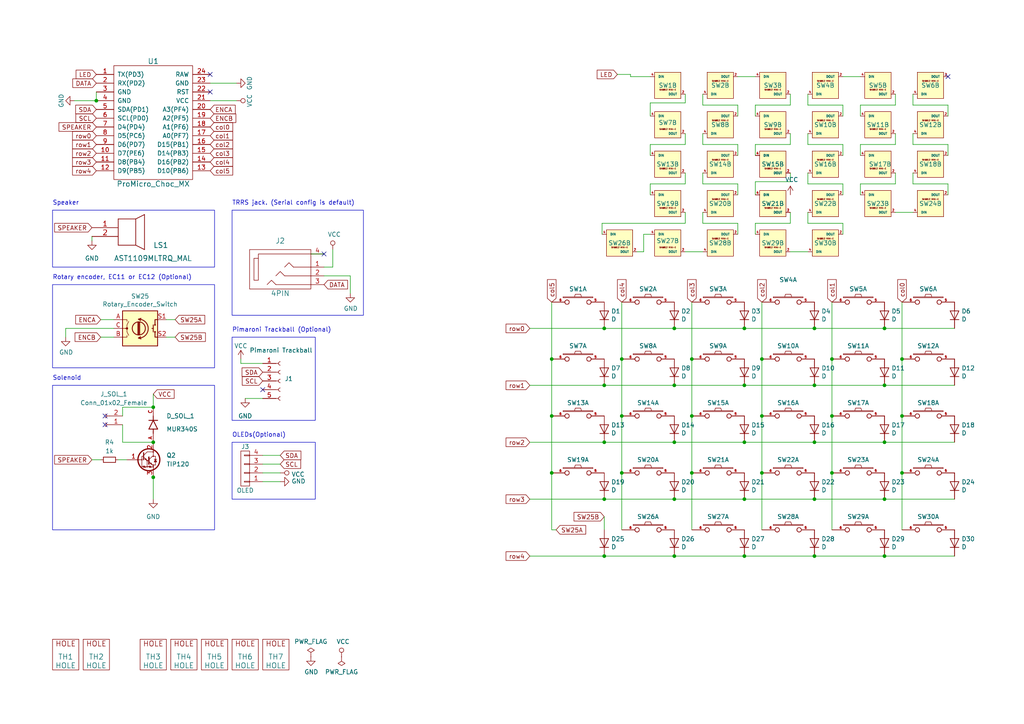
<source format=kicad_sch>
(kicad_sch (version 20230121) (generator eeschema)
  (paper "A4")
  (junction (at 195.58 161.29))
  (junction (at 180.34 120.65))
  (junction (at 220.98 120.65))
  (junction (at 256.54 111.76))
  (junction (at 160.02 137.16))
  (junction (at 241.3 104.14))
  (junction (at 215.9 144.78))
  (junction (at 236.22 128.27))
  (junction (at 160.02 104.14))
  (junction (at 44.45 118.11))
  (junction (at 195.58 128.27))
  (junction (at 261.62 104.14))
  (junction (at 195.58 111.76))
  (junction (at 195.58 95.25))
  (junction (at 241.3 120.65))
  (junction (at 256.54 128.27))
  (junction (at 236.22 161.29))
  (junction (at 44.45 128.27))
  (junction (at 175.26 95.25))
  (junction (at 256.54 161.29))
  (junction (at 256.54 95.25))
  (junction (at 215.9 128.27))
  (junction (at 175.26 128.27))
  (junction (at 261.62 120.65))
  (junction (at 215.9 111.76))
  (junction (at 200.66 120.65))
  (junction (at 220.98 104.14))
  (junction (at 215.9 95.25))
  (junction (at 175.26 144.78))
  (junction (at 180.34 104.14))
  (junction (at 180.34 137.16))
  (junction (at 241.3 137.16))
  (junction (at 195.58 144.78))
  (junction (at 175.26 161.29))
  (junction (at 215.9 161.29))
  (junction (at 236.22 144.78))
  (junction (at 236.22 111.76))
  (junction (at 220.98 137.16))
  (junction (at 261.62 137.16))
  (junction (at 175.26 111.76))
  (junction (at 44.45 138.43))
  (junction (at 256.54 144.78))
  (junction (at 200.66 137.16))
  (junction (at 27.94 29.21))
  (junction (at 236.22 95.25))
  (junction (at 160.02 120.65))
  (junction (at 200.66 104.14))
  (no_connect (at 30.48 123.19))
  (no_connect (at 60.96 26.67))
  (no_connect (at 93.98 73.66))
  (no_connect (at 76.2 113.03))
  (no_connect (at 30.48 120.65))
  (no_connect (at 60.96 21.59))
  (no_connect (at 274.955 22.225))
  (wire (pts (xy 244.475 56.515) (xy 244.475 53.34)))
  (wire (pts (xy 186.69 67.945) (xy 188.595 67.945)))
  (wire (pts (xy 34.29 133.35) (xy 36.83 133.35)))
  (wire (pts (xy 200.66 137.16) (xy 200.66 153.67)))
  (wire (pts (xy 175.26 128.27) (xy 153.67 128.27)))
  (wire (pts (xy 256.54 144.78) (xy 276.86 144.78)))
  (wire (pts (xy 203.835 30.48) (xy 203.835 27.305)))
  (wire (pts (xy 234.315 53.34) (xy 234.315 50.165)))
  (wire (pts (xy 249.555 30.48) (xy 249.555 33.655)))
  (wire (pts (xy 213.995 45.085) (xy 213.995 41.91)))
  (wire (pts (xy 188.595 29.845) (xy 188.595 33.655)))
  (wire (pts (xy 229.235 52.705) (xy 219.075 52.705)))
  (wire (pts (xy 195.58 128.27) (xy 175.26 128.27)))
  (wire (pts (xy 244.475 41.91) (xy 234.315 41.91)))
  (wire (pts (xy 180.34 104.14) (xy 180.34 120.65)))
  (wire (pts (xy 175.26 111.76) (xy 153.67 111.76)))
  (wire (pts (xy 198.755 64.77) (xy 174.625 64.77)))
  (wire (pts (xy 175.26 144.78) (xy 153.67 144.78)))
  (wire (pts (xy 259.715 30.48) (xy 249.555 30.48)))
  (wire (pts (xy 259.715 61.595) (xy 264.795 61.595)))
  (wire (pts (xy 76.2 137.16) (xy 81.28 137.16)))
  (wire (pts (xy 219.075 41.91) (xy 219.075 45.085)))
  (wire (pts (xy 186.69 73.025) (xy 186.69 67.945)))
  (wire (pts (xy 93.98 73.66) (xy 90.17 73.66)))
  (wire (pts (xy 48.26 97.79) (xy 50.8 97.79)))
  (wire (pts (xy 174.625 64.77) (xy 174.625 67.945)))
  (wire (pts (xy 101.6 80.01) (xy 101.6 85.09)))
  (wire (pts (xy 198.755 41.91) (xy 188.595 41.91)))
  (wire (pts (xy 198.755 29.845) (xy 188.595 29.845)))
  (wire (pts (xy 219.075 52.705) (xy 219.075 56.515)))
  (wire (pts (xy 244.475 67.945) (xy 244.475 64.77)))
  (wire (pts (xy 203.835 53.34) (xy 203.835 50.165)))
  (wire (pts (xy 256.54 161.29) (xy 276.86 161.29)))
  (wire (pts (xy 35.56 128.27) (xy 35.56 123.19)))
  (wire (pts (xy 188.595 53.34) (xy 188.595 56.515)))
  (wire (pts (xy 200.66 104.14) (xy 200.66 120.65)))
  (wire (pts (xy 26.67 69.85) (xy 26.67 68.58)))
  (wire (pts (xy 261.62 120.65) (xy 261.62 104.14)))
  (wire (pts (xy 215.9 144.78) (xy 236.22 144.78)))
  (wire (pts (xy 198.755 38.735) (xy 198.755 41.91)))
  (wire (pts (xy 33.02 95.25) (xy 19.05 95.25)))
  (wire (pts (xy 236.22 144.78) (xy 256.54 144.78)))
  (wire (pts (xy 241.3 87.63) (xy 241.3 104.14)))
  (wire (pts (xy 256.54 95.25) (xy 236.22 95.25)))
  (wire (pts (xy 200.66 87.63) (xy 200.66 104.14)))
  (wire (pts (xy 249.555 41.91) (xy 249.555 45.085)))
  (wire (pts (xy 229.235 41.91) (xy 219.075 41.91)))
  (wire (pts (xy 274.955 33.655) (xy 274.955 30.48)))
  (wire (pts (xy 69.85 105.41) (xy 76.2 105.41)))
  (wire (pts (xy 215.9 128.27) (xy 236.22 128.27)))
  (wire (pts (xy 195.58 95.25) (xy 175.26 95.25)))
  (wire (pts (xy 35.56 118.11) (xy 35.56 120.65)))
  (wire (pts (xy 93.98 80.01) (xy 101.6 80.01)))
  (wire (pts (xy 44.45 114.3) (xy 44.45 118.11)))
  (wire (pts (xy 220.98 120.65) (xy 220.98 137.16)))
  (wire (pts (xy 81.28 139.7) (xy 76.2 139.7)))
  (wire (pts (xy 213.995 22.225) (xy 219.075 22.225)))
  (wire (pts (xy 229.235 27.305) (xy 229.235 30.48)))
  (wire (pts (xy 264.795 41.91) (xy 264.795 38.735)))
  (wire (pts (xy 249.555 53.34) (xy 249.555 56.515)))
  (wire (pts (xy 264.795 53.34) (xy 264.795 50.165)))
  (wire (pts (xy 241.3 137.16) (xy 241.3 153.67)))
  (wire (pts (xy 184.785 73.025) (xy 186.69 73.025)))
  (wire (pts (xy 175.26 149.86) (xy 175.26 153.67)))
  (wire (pts (xy 213.995 64.77) (xy 203.835 64.77)))
  (wire (pts (xy 195.58 95.25) (xy 215.9 95.25)))
  (wire (pts (xy 244.475 30.48) (xy 234.315 30.48)))
  (wire (pts (xy 274.955 53.34) (xy 264.795 53.34)))
  (wire (pts (xy 213.995 53.34) (xy 203.835 53.34)))
  (wire (pts (xy 219.075 30.48) (xy 219.075 33.655)))
  (wire (pts (xy 213.995 41.91) (xy 203.835 41.91)))
  (wire (pts (xy 27.94 26.67) (xy 27.94 29.21)))
  (wire (pts (xy 259.715 53.34) (xy 249.555 53.34)))
  (wire (pts (xy 264.795 30.48) (xy 264.795 27.305)))
  (wire (pts (xy 198.755 50.165) (xy 198.755 53.34)))
  (wire (pts (xy 200.66 120.65) (xy 200.66 137.16)))
  (wire (pts (xy 259.715 38.735) (xy 259.715 41.91)))
  (wire (pts (xy 274.955 30.48) (xy 264.795 30.48)))
  (wire (pts (xy 29.21 97.79) (xy 33.02 97.79)))
  (wire (pts (xy 93.98 77.47) (xy 96.52 77.47)))
  (wire (pts (xy 60.96 29.21) (xy 68.58 29.21)))
  (wire (pts (xy 229.235 61.595) (xy 229.235 64.77)))
  (wire (pts (xy 244.475 33.655) (xy 244.475 30.48)))
  (wire (pts (xy 195.58 111.76) (xy 215.9 111.76)))
  (wire (pts (xy 175.26 161.29) (xy 195.58 161.29)))
  (wire (pts (xy 244.475 53.34) (xy 234.315 53.34)))
  (wire (pts (xy 198.755 73.025) (xy 203.835 73.025)))
  (wire (pts (xy 274.955 56.515) (xy 274.955 53.34)))
  (wire (pts (xy 256.54 111.76) (xy 276.86 111.76)))
  (wire (pts (xy 160.02 137.16) (xy 160.02 153.67)))
  (wire (pts (xy 229.235 38.735) (xy 229.235 41.91)))
  (wire (pts (xy 234.315 30.48) (xy 234.315 27.305)))
  (wire (pts (xy 76.2 134.62) (xy 81.28 134.62)))
  (wire (pts (xy 35.56 118.11) (xy 44.45 118.11)))
  (wire (pts (xy 236.22 128.27) (xy 256.54 128.27)))
  (wire (pts (xy 203.835 41.91) (xy 203.835 38.735)))
  (wire (pts (xy 198.755 61.595) (xy 198.755 64.77)))
  (wire (pts (xy 236.22 111.76) (xy 256.54 111.76)))
  (wire (pts (xy 188.595 41.91) (xy 188.595 45.085)))
  (wire (pts (xy 241.3 104.14) (xy 241.3 120.65)))
  (wire (pts (xy 220.98 137.16) (xy 220.98 153.67)))
  (wire (pts (xy 48.26 92.71) (xy 50.8 92.71)))
  (wire (pts (xy 160.02 120.65) (xy 160.02 137.16)))
  (wire (pts (xy 219.075 64.77) (xy 219.075 67.945)))
  (wire (pts (xy 213.995 33.655) (xy 213.995 30.48)))
  (wire (pts (xy 213.995 56.515) (xy 213.995 53.34)))
  (wire (pts (xy 220.98 104.14) (xy 220.98 120.65)))
  (wire (pts (xy 198.755 27.305) (xy 198.755 29.845)))
  (wire (pts (xy 220.98 87.63) (xy 220.98 104.14)))
  (wire (pts (xy 259.715 41.91) (xy 249.555 41.91)))
  (wire (pts (xy 180.34 87.63) (xy 180.34 104.14)))
  (wire (pts (xy 215.9 111.76) (xy 236.22 111.76)))
  (wire (pts (xy 213.995 30.48) (xy 203.835 30.48)))
  (wire (pts (xy 256.54 128.27) (xy 276.86 128.27)))
  (wire (pts (xy 244.475 45.085) (xy 244.475 41.91)))
  (wire (pts (xy 195.58 144.78) (xy 175.26 144.78)))
  (wire (pts (xy 182.88 22.225) (xy 188.595 22.225)))
  (wire (pts (xy 96.52 72.39) (xy 96.52 77.47)))
  (wire (pts (xy 215.9 161.29) (xy 236.22 161.29)))
  (wire (pts (xy 26.67 133.35) (xy 29.21 133.35)))
  (wire (pts (xy 160.02 104.14) (xy 160.02 120.65)))
  (wire (pts (xy 35.56 128.27) (xy 44.45 128.27)))
  (wire (pts (xy 259.715 27.305) (xy 259.715 30.48)))
  (wire (pts (xy 180.34 137.16) (xy 180.34 153.67)))
  (wire (pts (xy 259.715 50.165) (xy 259.715 53.34)))
  (wire (pts (xy 76.2 132.08) (xy 81.28 132.08)))
  (wire (pts (xy 236.22 161.29) (xy 256.54 161.29)))
  (wire (pts (xy 182.88 21.59) (xy 182.88 22.225)))
  (wire (pts (xy 203.835 64.77) (xy 203.835 61.595)))
  (wire (pts (xy 195.58 161.29) (xy 215.9 161.29)))
  (wire (pts (xy 44.45 137.16) (xy 44.45 138.43)))
  (wire (pts (xy 195.58 144.78) (xy 215.9 144.78)))
  (wire (pts (xy 71.12 115.57) (xy 76.2 115.57)))
  (wire (pts (xy 160.02 87.63) (xy 160.02 104.14)))
  (wire (pts (xy 256.54 95.25) (xy 276.86 95.25)))
  (wire (pts (xy 229.235 73.025) (xy 234.315 73.025)))
  (wire (pts (xy 195.58 128.27) (xy 215.9 128.27)))
  (wire (pts (xy 180.34 120.65) (xy 180.34 137.16)))
  (wire (pts (xy 27.94 29.21) (xy 21.59 29.21)))
  (wire (pts (xy 215.9 95.25) (xy 236.22 95.25)))
  (wire (pts (xy 241.3 137.16) (xy 241.3 120.65)))
  (wire (pts (xy 229.235 50.165) (xy 229.235 52.705)))
  (wire (pts (xy 153.67 161.29) (xy 175.26 161.29)))
  (wire (pts (xy 213.995 67.945) (xy 213.995 64.77)))
  (wire (pts (xy 60.96 24.13) (xy 68.58 24.13)))
  (wire (pts (xy 29.21 92.71) (xy 33.02 92.71)))
  (wire (pts (xy 244.475 64.77) (xy 234.315 64.77)))
  (wire (pts (xy 229.235 30.48) (xy 219.075 30.48)))
  (wire (pts (xy 19.05 95.25) (xy 19.05 97.79)))
  (wire (pts (xy 234.315 41.91) (xy 234.315 38.735)))
  (wire (pts (xy 274.955 41.91) (xy 264.795 41.91)))
  (wire (pts (xy 160.02 153.67) (xy 161.29 153.67)))
  (wire (pts (xy 261.62 104.14) (xy 261.62 87.63)))
  (wire (pts (xy 261.62 120.65) (xy 261.62 137.16)))
  (wire (pts (xy 44.45 138.43) (xy 44.45 144.78)))
  (wire (pts (xy 179.07 21.59) (xy 182.88 21.59)))
  (wire (pts (xy 195.58 111.76) (xy 175.26 111.76)))
  (wire (pts (xy 244.475 22.225) (xy 249.555 22.225)))
  (wire (pts (xy 274.955 45.085) (xy 274.955 41.91)))
  (wire (pts (xy 261.62 137.16) (xy 261.62 153.67)))
  (wire (pts (xy 234.315 64.77) (xy 234.315 61.595)))
  (wire (pts (xy 69.85 104.14) (xy 69.85 105.41)))
  (wire (pts (xy 229.235 64.77) (xy 219.075 64.77)))
  (wire (pts (xy 198.755 53.34) (xy 188.595 53.34)))
  (wire (pts (xy 175.26 95.25) (xy 153.67 95.25)))
  (rectangle (start 67.31 128.27) (end 91.44 144.78))
  (rectangle (start 15.24 111.76) (end 62.23 153.67))
  (rectangle (start 15.24 82.55) (end 62.23 106.68))
  (rectangle (start 67.31 60.96) (end 105.41 91.44))
  (rectangle (start 15.24 60.96) (end 62.23 77.47))
  (rectangle (start 67.31 97.79) (end 91.44 121.92))
  (text "TRRS jack. (Serial config is default)" (at 67.31 59.69 0) (effects (font (size 1.27 1.27)) (justify left bottom)))
  (text "Pimaroni Trackball (Optional)\n" (at 67.31 96.52 0) (effects (font (size 1.27 1.27)) (justify left bottom)))
  (text "Rotary encoder, EC11 or EC12 (Optional)\n" (at 15.24 81.28 0) (effects (font (size 1.27 1.27)) (justify left bottom)))
  (text "Solenoid" (at 15.24 110.49 0) (effects (font (size 1.27 1.27)) (justify left bottom)))
  (text "OLEDs(Optional)\n" (at 67.31 127 0) (effects (font (size 1.27 1.27)) (justify left bottom)))
  (text "Speaker" (at 15.24 59.69 0) (effects (font (size 1.27 1.27)) (justify left bottom)))
  (global_label "VCC" (shape input) (at 44.45 114.3 0) (property "Intersheetrefs" "${INTERSHEET_REFS}" (effects hide)))
  (global_label "row3" (shape input) (at 27.94 46.99 180) (property "Intersheetrefs" "${INTERSHEET_REFS}" (effects hide)))
  (global_label "row2" (shape input) (at 153.67 128.27 180) (property "Intersheetrefs" "${INTERSHEET_REFS}" (effects hide)))
  (global_label "SW25A" (shape input) (at 161.29 153.67 0) (property "Intersheetrefs" "${INTERSHEET_REFS}" (effects hide)))
  (global_label "col0" (shape input) (at 261.62 87.63 90) (property "Intersheetrefs" "${INTERSHEET_REFS}" (effects hide)))
  (global_label "ENCB" (shape input) (at 60.96 34.29 0) (property "Intersheetrefs" "${INTERSHEET_REFS}" (effects hide)))
  (global_label "col2" (shape input) (at 60.96 41.91 0) (property "Intersheetrefs" "${INTERSHEET_REFS}" (effects hide)))
  (global_label "LED" (shape input) (at 179.07 21.59 180) (property "Intersheetrefs" "${INTERSHEET_REFS}" (effects hide)))
  (global_label "SPEAKER" (shape input) (at 26.67 66.04 180) (property "Intersheetrefs" "${INTERSHEET_REFS}" (effects hide)))
  (global_label "ENCB" (shape input) (at 29.21 97.79 180) (property "Intersheetrefs" "${INTERSHEET_REFS}" (effects hide)))
  (global_label "row4" (shape input) (at 153.67 161.29 180) (property "Intersheetrefs" "${INTERSHEET_REFS}" (effects hide)))
  (global_label "row0" (shape input) (at 153.67 95.25 180) (property "Intersheetrefs" "${INTERSHEET_REFS}" (effects hide)))
  (global_label "col4" (shape input) (at 180.34 87.63 90) (property "Intersheetrefs" "${INTERSHEET_REFS}" (effects hide)))
  (global_label "SCL" (shape input) (at 76.2 110.49 180) (property "Intersheetrefs" "${INTERSHEET_REFS}" (effects hide)))
  (global_label "col2" (shape input) (at 220.98 87.63 90) (property "Intersheetrefs" "${INTERSHEET_REFS}" (effects hide)))
  (global_label "row4" (shape input) (at 27.94 49.53 180) (property "Intersheetrefs" "${INTERSHEET_REFS}" (effects hide)))
  (global_label "SDA" (shape input) (at 76.2 107.95 180) (property "Intersheetrefs" "${INTERSHEET_REFS}" (effects hide)))
  (global_label "row3" (shape input) (at 153.67 144.78 180) (property "Intersheetrefs" "${INTERSHEET_REFS}" (effects hide)))
  (global_label "col5" (shape input) (at 160.02 87.63 90) (property "Intersheetrefs" "${INTERSHEET_REFS}" (effects hide)))
  (global_label "SPEAKER" (shape input) (at 27.94 36.83 180) (property "Intersheetrefs" "${INTERSHEET_REFS}" (effects hide)))
  (global_label "ENCA" (shape input) (at 60.96 31.75 0) (property "Intersheetrefs" "${INTERSHEET_REFS}" (effects hide)))
  (global_label "col1" (shape input) (at 60.96 39.37 0) (property "Intersheetrefs" "${INTERSHEET_REFS}" (effects hide)))
  (global_label "SPEAKER" (shape input) (at 26.67 133.35 180) (property "Intersheetrefs" "${INTERSHEET_REFS}" (effects hide)))
  (global_label "SDA" (shape input) (at 81.28 132.08 0) (property "Intersheetrefs" "${INTERSHEET_REFS}" (effects hide)))
  (global_label "SCL" (shape input) (at 81.28 134.62 0) (property "Intersheetrefs" "${INTERSHEET_REFS}" (effects hide)))
  (global_label "col5" (shape input) (at 60.96 49.53 0) (property "Intersheetrefs" "${INTERSHEET_REFS}" (effects hide)))
  (global_label "DATA" (shape input) (at 27.94 24.13 180) (property "Intersheetrefs" "${INTERSHEET_REFS}" (effects hide)))
  (global_label "ENCA" (shape input) (at 29.21 92.71 180) (property "Intersheetrefs" "${INTERSHEET_REFS}" (effects hide)))
  (global_label "SW25B" (shape input) (at 175.26 149.86 180) (property "Intersheetrefs" "${INTERSHEET_REFS}" (effects hide)))
  (global_label "DATA" (shape input) (at 93.98 82.55 0) (property "Intersheetrefs" "${INTERSHEET_REFS}" (effects hide)))
  (global_label "col4" (shape input) (at 60.96 46.99 0) (property "Intersheetrefs" "${INTERSHEET_REFS}" (effects hide)))
  (global_label "LED" (shape input) (at 27.94 21.59 180) (property "Intersheetrefs" "${INTERSHEET_REFS}" (effects hide)))
  (global_label "SDA" (shape input) (at 27.94 31.75 180) (property "Intersheetrefs" "${INTERSHEET_REFS}" (effects hide)))
  (global_label "col3" (shape input) (at 200.66 87.63 90) (property "Intersheetrefs" "${INTERSHEET_REFS}" (effects hide)))
  (global_label "SW25B" (shape input) (at 50.8 97.79 0) (property "Intersheetrefs" "${INTERSHEET_REFS}" (effects hide)))
  (global_label "col0" (shape input) (at 60.96 36.83 0) (property "Intersheetrefs" "${INTERSHEET_REFS}" (effects hide)))
  (global_label "row2" (shape input) (at 27.94 44.45 180) (property "Intersheetrefs" "${INTERSHEET_REFS}" (effects hide)))
  (global_label "row1" (shape input) (at 153.67 111.76 180) (property "Intersheetrefs" "${INTERSHEET_REFS}" (effects hide)))
  (global_label "row0" (shape input) (at 27.94 39.37 180) (property "Intersheetrefs" "${INTERSHEET_REFS}" (effects hide)))
  (global_label "col3" (shape input) (at 60.96 44.45 0) (property "Intersheetrefs" "${INTERSHEET_REFS}" (effects hide)))
  (global_label "row1" (shape input) (at 27.94 41.91 180) (property "Intersheetrefs" "${INTERSHEET_REFS}" (effects hide)))
  (global_label "SW25A" (shape input) (at 50.8 92.71 0) (property "Intersheetrefs" "${INTERSHEET_REFS}" (effects hide)))
  (global_label "SCL" (shape input) (at 27.94 34.29 180) (property "Intersheetrefs" "${INTERSHEET_REFS}" (effects hide)))
  (global_label "col1" (shape input) (at 241.3 87.63 90) (property "Intersheetrefs" "${INTERSHEET_REFS}" (effects hide)))
  (symbol (lib_id "SofleKeyboard-rescue:ProMicro_2-Lily58-cache-Lily58_Pro-rescue") (at 44.45 35.56 0) (unit 1)
    (property "Reference" "U1" (at 44.45 17.78 0) (effects (font (size 1.524 1.524))))
    (property "Value" "ProMicro_Choc_MX" (at 44.45 53.34 0) (effects (font (size 1.524 1.524))))
    (property "Footprint" "SofleChocLoud:ProMicro_Choc_MX" (effects hide))
  )
  (symbol (lib_id "SofleKeyboard:SW_PUSH_LED") (at 187.96 153.67 0) (unit 1)
    (property "Reference" "SW26" (at 187.96 149.86 0))
    (property "Value" "SW_PUSH_LED" (effects hide))
    (property "Footprint" "SofleChocLoud:Cherry_MX_DS_Hotswap_miniE_1U" (effects hide))
  )
  (symbol (lib_id "SofleKeyboard:SW_PUSH_LED") (at 167.64 87.63 0) (unit 1)
    (property "Reference" "SW1" (at 167.64 83.82 0))
    (property "Value" "SW_PUSH_LED" (effects hide))
    (property "Footprint" "SofleChocLoud:Cherry_MX_DS_Hotswap_miniE_1U" (effects hide))
  )
  (symbol (lib_id "SofleKeyboard-rescue:D-Lily58-cache-Lily58_Pro-rescue") (at 175.26 91.44 90) (unit 1)
    (property "Reference" "D1" (at 177.2666 90.2716 90) (effects (justify right)))
    (property "Value" "D" (at 177.2666 92.583 90) (effects (justify right)))
    (property "Footprint" "SofleChocLoud:D_SOD-123_DO-35_Hybrid_DoubleSided_V2" (effects hide))
  )
  (symbol (lib_id "SofleKeyboard:SW_PUSH_LED") (at 187.96 87.63 0) (unit 1)
    (property "Reference" "SW2" (at 187.96 83.82 0))
    (property "Value" "SW_PUSH_LED" (effects hide))
    (property "Footprint" "SofleChocLoud:Cherry_MX_DS_Hotswap_miniE_1U" (effects hide))
  )
  (symbol (lib_id "SofleKeyboard-rescue:D-Lily58-cache-Lily58_Pro-rescue") (at 195.58 91.44 90) (unit 1)
    (property "Reference" "D2" (at 197.5866 90.2716 90) (effects (justify right)))
    (property "Value" "D" (at 197.5866 92.583 90) (effects (justify right)))
    (property "Footprint" "SofleChocLoud:D_SOD-123_DO-35_Hybrid_DoubleSided_V2" (effects hide))
  )
  (symbol (lib_id "SofleKeyboard:SW_PUSH_LED") (at 208.28 87.63 0) (unit 1)
    (property "Reference" "SW3" (at 208.28 83.82 0))
    (property "Value" "SW_PUSH_LED" (effects hide))
    (property "Footprint" "SofleChocLoud:Cherry_MX_DS_Hotswap_miniE_1U" (effects hide))
  )
  (symbol (lib_id "SofleKeyboard-rescue:D-Lily58-cache-Lily58_Pro-rescue") (at 215.9 91.44 90) (unit 1)
    (property "Reference" "D3" (at 217.9066 90.2716 90) (effects (justify right)))
    (property "Value" "D" (at 217.9066 92.583 90) (effects (justify right)))
    (property "Footprint" "SofleChocLoud:D_SOD-123_DO-35_Hybrid_DoubleSided_V2" (effects hide))
  )
  (symbol (lib_id "SofleKeyboard:SW_PUSH_LED") (at 228.6 87.63 0) (unit 1)
    (property "Reference" "SW4" (at 228.6 81.153 0))
    (property "Value" "SW_PUSH_LED" (effects hide))
    (property "Footprint" "SofleChocLoud:Cherry_MX_DS_Hotswap_miniE_1U" (effects hide))
  )
  (symbol (lib_id "SofleKeyboard-rescue:D-Lily58-cache-Lily58_Pro-rescue") (at 236.22 91.44 90) (unit 1)
    (property "Reference" "D4" (at 238.2266 90.2716 90) (effects (justify right)))
    (property "Value" "D" (at 238.2266 92.583 90) (effects (justify right)))
    (property "Footprint" "SofleChocLoud:D_SOD-123_DO-35_Hybrid_DoubleSided_V2" (effects hide))
  )
  (symbol (lib_id "SofleKeyboard:SW_PUSH_LED") (at 248.92 87.63 0) (unit 1)
    (property "Reference" "SW5" (at 248.92 83.82 0))
    (property "Value" "SW_PUSH_LED" (effects hide))
    (property "Footprint" "SofleChocLoud:Cherry_MX_DS_Hotswap_miniE_1U" (effects hide))
  )
  (symbol (lib_id "SofleKeyboard-rescue:D-Lily58-cache-Lily58_Pro-rescue") (at 256.54 91.44 90) (unit 1)
    (property "Reference" "D5" (at 258.5466 90.2716 90) (effects (justify right)))
    (property "Value" "D" (at 258.5466 92.583 90) (effects (justify right)))
    (property "Footprint" "SofleChocLoud:D_SOD-123_DO-35_Hybrid_DoubleSided_V2" (effects hide))
  )
  (symbol (lib_id "SofleKeyboard:SW_PUSH_LED") (at 269.24 87.63 0) (unit 1)
    (property "Reference" "SW6" (at 269.24 83.82 0))
    (property "Value" "SW_PUSH_LED" (effects hide))
    (property "Footprint" "SofleChocLoud:Cherry_MX_DS_Hotswap_miniE_1U" (effects hide))
  )
  (symbol (lib_id "SofleKeyboard-rescue:D-Lily58-cache-Lily58_Pro-rescue") (at 276.86 91.44 90) (unit 1)
    (property "Reference" "D6" (at 278.8666 90.2716 90) (effects (justify right)))
    (property "Value" "D" (at 278.8666 92.583 90) (effects (justify right)))
    (property "Footprint" "SofleChocLoud:D_SOD-123_DO-35_Hybrid_DoubleSided_V2" (effects hide))
  )
  (symbol (lib_id "SofleKeyboard:SW_PUSH_LED") (at 187.96 104.14 0) (unit 1)
    (property "Reference" "SW8" (at 187.96 100.33 0))
    (property "Value" "SW_PUSH_LED" (effects hide))
    (property "Footprint" "SofleChocLoud:Cherry_MX_DS_Hotswap_miniE_1U" (effects hide))
  )
  (symbol (lib_id "SofleKeyboard:SW_PUSH_LED") (at 208.28 104.14 0) (unit 1)
    (property "Reference" "SW9" (at 208.28 100.33 0))
    (property "Value" "SW_PUSH_LED" (effects hide))
    (property "Footprint" "SofleChocLoud:Cherry_MX_DS_Hotswap_miniE_1U" (effects hide))
  )
  (symbol (lib_id "SofleKeyboard:SW_PUSH_LED") (at 228.6 104.14 0) (unit 1)
    (property "Reference" "SW10" (at 228.6 100.33 0))
    (property "Value" "SW_PUSH_LED" (effects hide))
    (property "Footprint" "SofleChocLoud:Cherry_MX_DS_Hotswap_miniE_1U" (effects hide))
  )
  (symbol (lib_id "SofleKeyboard:SW_PUSH_LED") (at 248.92 104.14 0) (unit 1)
    (property "Reference" "SW11" (at 248.92 100.33 0))
    (property "Value" "SW_PUSH_LED" (effects hide))
    (property "Footprint" "SofleChocLoud:Cherry_MX_DS_Hotswap_miniE_1U" (effects hide))
  )
  (symbol (lib_id "SofleKeyboard:SW_PUSH_LED") (at 269.24 104.14 0) (unit 1)
    (property "Reference" "SW12" (at 269.24 100.33 0))
    (property "Value" "SW_PUSH_LED" (effects hide))
    (property "Footprint" "SofleChocLoud:Cherry_MX_DS_Hotswap_miniE_1U" (effects hide))
  )
  (symbol (lib_id "SofleKeyboard:SW_PUSH_LED") (at 167.64 104.14 0) (unit 1)
    (property "Reference" "SW7" (at 167.64 100.33 0))
    (property "Value" "SW_PUSH_LED" (effects hide))
    (property "Footprint" "SofleChocLoud:Cherry_MX_DS_Hotswap_miniE_1U" (effects hide))
  )
  (symbol (lib_id "SofleKeyboard-rescue:D-Lily58-cache-Lily58_Pro-rescue") (at 175.26 107.95 90) (unit 1)
    (property "Reference" "D7" (at 177.2666 106.7816 90) (effects (justify right)))
    (property "Value" "D" (at 177.2666 109.093 90) (effects (justify right)))
    (property "Footprint" "SofleChocLoud:D_SOD-123_DO-35_Hybrid_DoubleSided_V2" (effects hide))
  )
  (symbol (lib_id "SofleKeyboard-rescue:D-Lily58-cache-Lily58_Pro-rescue") (at 195.58 107.95 90) (unit 1)
    (property "Reference" "D8" (at 197.5866 106.7816 90) (effects (justify right)))
    (property "Value" "D" (at 197.5866 109.093 90) (effects (justify right)))
    (property "Footprint" "SofleChocLoud:D_SOD-123_DO-35_Hybrid_DoubleSided_V2" (effects hide))
  )
  (symbol (lib_id "SofleKeyboard-rescue:D-Lily58-cache-Lily58_Pro-rescue") (at 215.9 107.95 90) (unit 1)
    (property "Reference" "D9" (at 217.9066 106.7816 90) (effects (justify right)))
    (property "Value" "D" (at 217.9066 109.093 90) (effects (justify right)))
    (property "Footprint" "SofleChocLoud:D_SOD-123_DO-35_Hybrid_DoubleSided_V2" (effects hide))
  )
  (symbol (lib_id "SofleKeyboard-rescue:D-Lily58-cache-Lily58_Pro-rescue") (at 236.22 107.95 90) (unit 1)
    (property "Reference" "D10" (at 238.2266 106.7816 90) (effects (justify right)))
    (property "Value" "D" (at 238.2266 109.093 90) (effects (justify right)))
    (property "Footprint" "SofleChocLoud:D_SOD-123_DO-35_Hybrid_DoubleSided_V2" (effects hide))
  )
  (symbol (lib_id "SofleKeyboard-rescue:D-Lily58-cache-Lily58_Pro-rescue") (at 256.54 107.95 90) (unit 1)
    (property "Reference" "D11" (at 258.5466 106.7816 90) (effects (justify right)))
    (property "Value" "D" (at 258.5466 109.093 90) (effects (justify right)))
    (property "Footprint" "SofleChocLoud:D_SOD-123_DO-35_Hybrid_DoubleSided_V2" (effects hide))
  )
  (symbol (lib_id "SofleKeyboard-rescue:D-Lily58-cache-Lily58_Pro-rescue") (at 276.86 107.95 90) (unit 1)
    (property "Reference" "D12" (at 278.8666 106.7816 90) (effects (justify right)))
    (property "Value" "D" (at 278.8666 109.093 90) (effects (justify right)))
    (property "Footprint" "SofleChocLoud:D_SOD-123_DO-35_Hybrid_DoubleSided_V2" (effects hide))
  )
  (symbol (lib_id "SofleKeyboard:SW_PUSH_LED") (at 167.64 120.65 0) (unit 1)
    (property "Reference" "SW13" (at 167.64 116.84 0))
    (property "Value" "SW_PUSH_LED" (effects hide))
    (property "Footprint" "SofleChocLoud:Cherry_MX_DS_Hotswap_miniE_1U" (effects hide))
  )
  (symbol (lib_id "SofleKeyboard:SW_PUSH_LED") (at 187.96 120.65 0) (unit 1)
    (property "Reference" "SW14" (at 187.96 116.84 0))
    (property "Value" "SW_PUSH_LED" (effects hide))
    (property "Footprint" "SofleChocLoud:Cherry_MX_DS_Hotswap_miniE_1U" (effects hide))
  )
  (symbol (lib_id "SofleKeyboard:SW_PUSH_LED") (at 208.28 120.65 0) (unit 1)
    (property "Reference" "SW15" (at 208.28 116.84 0))
    (property "Value" "SW_PUSH_LED" (effects hide))
    (property "Footprint" "SofleChocLoud:Cherry_MX_DS_Hotswap_miniE_1U" (effects hide))
  )
  (symbol (lib_id "SofleKeyboard:SW_PUSH_LED") (at 228.6 120.65 0) (unit 1)
    (property "Reference" "SW16" (at 228.6 116.84 0))
    (property "Value" "SW_PUSH_LED" (effects hide))
    (property "Footprint" "SofleChocLoud:Cherry_MX_DS_Hotswap_miniE_1U" (effects hide))
  )
  (symbol (lib_id "SofleKeyboard:SW_PUSH_LED") (at 248.92 120.65 0) (unit 1)
    (property "Reference" "SW17" (at 248.92 116.84 0))
    (property "Value" "SW_PUSH_LED" (effects hide))
    (property "Footprint" "SofleChocLoud:Cherry_MX_DS_Hotswap_miniE_1U" (effects hide))
  )
  (symbol (lib_id "SofleKeyboard:SW_PUSH_LED") (at 269.24 120.65 0) (unit 1)
    (property "Reference" "SW18" (at 269.24 116.84 0))
    (property "Value" "SW_PUSH_LED" (effects hide))
    (property "Footprint" "SofleChocLoud:Cherry_MX_DS_Hotswap_miniE_1U" (effects hide))
  )
  (symbol (lib_id "SofleKeyboard-rescue:D-Lily58-cache-Lily58_Pro-rescue") (at 175.26 124.46 90) (unit 1)
    (property "Reference" "D13" (at 177.2666 123.2916 90) (effects (justify right)))
    (property "Value" "D" (at 177.2666 125.603 90) (effects (justify right)))
    (property "Footprint" "SofleChocLoud:D_SOD-123_DO-35_Hybrid_DoubleSided_V2" (effects hide))
  )
  (symbol (lib_id "SofleKeyboard-rescue:D-Lily58-cache-Lily58_Pro-rescue") (at 195.58 124.46 90) (unit 1)
    (property "Reference" "D14" (at 197.5866 123.2916 90) (effects (justify right)))
    (property "Value" "D" (at 197.5866 125.603 90) (effects (justify right)))
    (property "Footprint" "SofleChocLoud:D_SOD-123_DO-35_Hybrid_DoubleSided_V2" (effects hide))
  )
  (symbol (lib_id "SofleKeyboard-rescue:D-Lily58-cache-Lily58_Pro-rescue") (at 215.9 124.46 90) (unit 1)
    (property "Reference" "D15" (at 217.9066 123.2916 90) (effects (justify right)))
    (property "Value" "D" (at 217.9066 125.603 90) (effects (justify right)))
    (property "Footprint" "SofleChocLoud:D_SOD-123_DO-35_Hybrid_DoubleSided_V2" (effects hide))
  )
  (symbol (lib_id "SofleKeyboard-rescue:D-Lily58-cache-Lily58_Pro-rescue") (at 236.22 124.46 90) (unit 1)
    (property "Reference" "D16" (at 238.2266 123.2916 90) (effects (justify right)))
    (property "Value" "D" (at 238.2266 125.603 90) (effects (justify right)))
    (property "Footprint" "SofleChocLoud:D_SOD-123_DO-35_Hybrid_DoubleSided_V2" (effects hide))
  )
  (symbol (lib_id "SofleKeyboard-rescue:D-Lily58-cache-Lily58_Pro-rescue") (at 256.54 124.46 90) (unit 1)
    (property "Reference" "D17" (at 258.5466 123.2916 90) (effects (justify right)))
    (property "Value" "D" (at 258.5466 125.603 90) (effects (justify right)))
    (property "Footprint" "SofleChocLoud:D_SOD-123_DO-35_Hybrid_DoubleSided_V2" (effects hide))
  )
  (symbol (lib_id "SofleKeyboard-rescue:D-Lily58-cache-Lily58_Pro-rescue") (at 276.86 124.46 90) (unit 1)
    (property "Reference" "D18" (at 278.8666 123.2916 90) (effects (justify right)))
    (property "Value" "D" (at 278.8666 125.603 90) (effects (justify right)))
    (property "Footprint" "SofleChocLoud:D_SOD-123_DO-35_Hybrid_DoubleSided_V2" (effects hide))
  )
  (symbol (lib_id "SofleKeyboard:SW_PUSH_LED") (at 208.28 137.16 0) (unit 1)
    (property "Reference" "SW21" (at 208.28 133.35 0))
    (property "Value" "SW_PUSH_LED" (effects hide))
    (property "Footprint" "SofleChocLoud:Cherry_MX_DS_Hotswap_miniE_1U" (effects hide))
  )
  (symbol (lib_id "SofleKeyboard:SW_PUSH_LED") (at 228.6 137.16 0) (unit 1)
    (property "Reference" "SW22" (at 228.6 133.35 0))
    (property "Value" "SW_PUSH_LED" (effects hide))
    (property "Footprint" "SofleChocLoud:Cherry_MX_DS_Hotswap_miniE_1U" (effects hide))
  )
  (symbol (lib_id "SofleKeyboard:SW_PUSH_LED") (at 248.92 137.16 0) (unit 1)
    (property "Reference" "SW23" (at 248.92 133.35 0))
    (property "Value" "SW_PUSH_LED" (effects hide))
    (property "Footprint" "SofleChocLoud:Cherry_MX_DS_Hotswap_miniE_1U" (effects hide))
  )
  (symbol (lib_id "SofleKeyboard:SW_PUSH_LED") (at 269.24 137.16 0) (unit 1)
    (property "Reference" "SW24" (at 269.24 133.35 0))
    (property "Value" "SW_PUSH_LED" (effects hide))
    (property "Footprint" "SofleChocLoud:Cherry_MX_DS_Hotswap_miniE_1U" (effects hide))
  )
  (symbol (lib_id "SofleKeyboard:SW_PUSH_LED") (at 187.96 137.16 0) (unit 1)
    (property "Reference" "SW20" (at 187.96 133.35 0))
    (property "Value" "SW_PUSH_LED" (effects hide))
    (property "Footprint" "SofleChocLoud:Cherry_MX_DS_Hotswap_miniE_1U" (effects hide))
  )
  (symbol (lib_id "SofleKeyboard:SW_PUSH_LED") (at 167.64 137.16 0) (unit 1)
    (property "Reference" "SW19" (at 167.64 133.35 0))
    (property "Value" "SW_PUSH_LED" (effects hide))
    (property "Footprint" "SofleChocLoud:Cherry_MX_DS_Hotswap_miniE_1U" (effects hide))
  )
  (symbol (lib_id "SofleKeyboard-rescue:D-Lily58-cache-Lily58_Pro-rescue") (at 175.26 140.97 90) (unit 1)
    (property "Reference" "D19" (at 177.2666 139.8016 90) (effects (justify right)))
    (property "Value" "D" (at 177.2666 142.113 90) (effects (justify right)))
    (property "Footprint" "SofleChocLoud:D_SOD-123_DO-35_Hybrid_DoubleSided_V2" (effects hide))
  )
  (symbol (lib_id "SofleKeyboard-rescue:D-Lily58-cache-Lily58_Pro-rescue") (at 195.58 140.97 90) (unit 1)
    (property "Reference" "D20" (at 197.5866 139.8016 90) (effects (justify right)))
    (property "Value" "D" (at 197.5866 142.113 90) (effects (justify right)))
    (property "Footprint" "SofleChocLoud:D_SOD-123_DO-35_Hybrid_DoubleSided_V2" (effects hide))
  )
  (symbol (lib_id "SofleKeyboard-rescue:D-Lily58-cache-Lily58_Pro-rescue") (at 215.9 140.97 90) (unit 1)
    (property "Reference" "D21" (at 217.9066 139.8016 90) (effects (justify right)))
    (property "Value" "D" (at 217.9066 142.113 90) (effects (justify right)))
    (property "Footprint" "SofleChocLoud:D_SOD-123_DO-35_Hybrid_DoubleSided_V2" (effects hide))
  )
  (symbol (lib_id "SofleKeyboard-rescue:D-Lily58-cache-Lily58_Pro-rescue") (at 236.22 140.97 90) (unit 1)
    (property "Reference" "D22" (at 238.2266 139.8016 90) (effects (justify right)))
    (property "Value" "D" (at 238.2266 142.113 90) (effects (justify right)))
    (property "Footprint" "SofleChocLoud:D_SOD-123_DO-35_Hybrid_DoubleSided_V2" (effects hide))
  )
  (symbol (lib_id "SofleKeyboard-rescue:D-Lily58-cache-Lily58_Pro-rescue") (at 256.54 140.97 90) (unit 1)
    (property "Reference" "D23" (at 258.5466 139.8016 90) (effects (justify right)))
    (property "Value" "D" (at 258.5466 142.113 90) (effects (justify right)))
    (property "Footprint" "SofleChocLoud:D_SOD-123_DO-35_Hybrid_DoubleSided_V2" (effects hide))
  )
  (symbol (lib_id "SofleKeyboard-rescue:D-Lily58-cache-Lily58_Pro-rescue") (at 276.86 140.97 90) (unit 1)
    (property "Reference" "D24" (at 278.8666 139.8016 90) (effects (justify right)))
    (property "Value" "D" (at 278.8666 142.113 90) (effects (justify right)))
    (property "Footprint" "SofleChocLoud:D_SOD-123_DO-35_Hybrid_DoubleSided_V2" (effects hide))
  )
  (symbol (lib_id "SofleKeyboard:SW_PUSH_LED") (at 208.28 153.67 0) (unit 1)
    (property "Reference" "SW27" (at 208.28 149.86 0))
    (property "Value" "SW_PUSH_LED" (effects hide))
    (property "Footprint" "SofleChocLoud:Cherry_MX_DS_Hotswap_miniE_1U" (effects hide))
  )
  (symbol (lib_id "SofleKeyboard:SW_PUSH_LED") (at 228.6 153.67 0) (unit 1)
    (property "Reference" "SW28" (at 228.6 149.86 0))
    (property "Value" "SW_PUSH_LED" (effects hide))
    (property "Footprint" "SofleChocLoud:Cherry_MX_DS_Hotswap_miniE_1U" (effects hide))
  )
  (symbol (lib_id "SofleKeyboard:SW_PUSH_LED") (at 248.92 153.67 0) (unit 1)
    (property "Reference" "SW29" (at 248.92 149.86 0))
    (property "Value" "SW_PUSH_LED" (effects hide))
    (property "Footprint" "SofleChocLoud:Cherry_MX_DS_Hotswap_miniE_1U" (effects hide))
  )
  (symbol (lib_id "SofleKeyboard-rescue:D-Lily58-cache-Lily58_Pro-rescue") (at 175.26 157.48 90) (unit 1)
    (property "Reference" "D25" (at 177.2666 156.3116 90) (effects (justify right)))
    (property "Value" "D" (at 177.2666 158.623 90) (effects (justify right)))
    (property "Footprint" "SofleChocLoud:D_SOD-123_DO-35_Hybrid_DoubleSided_V2" (effects hide))
  )
  (symbol (lib_id "SofleKeyboard-rescue:D-Lily58-cache-Lily58_Pro-rescue") (at 195.58 157.48 90) (unit 1)
    (property "Reference" "D26" (at 197.5866 156.3116 90) (effects (justify right)))
    (property "Value" "D" (at 197.5866 158.623 90) (effects (justify right)))
    (property "Footprint" "SofleChocLoud:D_SOD-123_DO-35_Hybrid_DoubleSided_V2" (effects hide))
  )
  (symbol (lib_id "SofleKeyboard-rescue:D-Lily58-cache-Lily58_Pro-rescue") (at 215.9 157.48 90) (unit 1)
    (property "Reference" "D27" (at 217.9066 156.3116 90) (effects (justify right)))
    (property "Value" "D" (at 217.9066 158.623 90) (effects (justify right)))
    (property "Footprint" "SofleChocLoud:D_SOD-123_DO-35_Hybrid_DoubleSided_V2" (effects hide))
  )
  (symbol (lib_id "SofleKeyboard-rescue:D-Lily58-cache-Lily58_Pro-rescue") (at 236.22 157.48 90) (unit 1)
    (property "Reference" "D28" (at 238.2266 156.3116 90) (effects (justify right)))
    (property "Value" "D" (at 238.2266 158.623 90) (effects (justify right)))
    (property "Footprint" "SofleChocLoud:D_SOD-123_DO-35_Hybrid_DoubleSided_V2" (effects hide))
  )
  (symbol (lib_id "SofleKeyboard-rescue:D-Lily58-cache-Lily58_Pro-rescue") (at 256.54 157.48 90) (unit 1)
    (property "Reference" "D29" (at 258.5466 156.3116 90) (effects (justify right)))
    (property "Value" "D" (at 258.5466 158.623 90) (effects (justify right)))
    (property "Footprint" "SofleChocLoud:D_SOD-123_DO-35_Hybrid_DoubleSided_V2" (effects hide))
  )
  (symbol (lib_id "SofleKeyboard-rescue:VCC-Lily58-cache-Lily58_Pro-rescue") (at 68.58 29.21 270) (unit 1)
    (property "Reference" "#PWR04" (effects hide))
    (property "Value" "VCC" (at 72.39 29.21 0))
  )
  (symbol (lib_id "SofleKeyboard-rescue:MJ-4PP-9-Lily58-cache-Lily58_Pro-rescue") (at 82.55 77.47 0) (unit 1)
    (property "Reference" "J2" (at 81.28 69.85 0) (effects (font (size 1.524 1.524))))
    (property "Value" "4PIN" (at 81.28 85.09 0) (effects (font (size 1.524 1.524))))
    (property "Footprint" "SofleChocLoud:TRRS_or_TRS_Sofle_Click" (effects hide))
  )
  (symbol (lib_id "SofleKeyboard-rescue:PWR_FLAG-Lily58-cache-Lily58_Pro-rescue") (at 90.17 190.5 0) (unit 1)
    (property "Reference" "#FLG01" (effects hide))
    (property "Value" "PWR_FLAG" (at 90.17 186.0804 0))
  )
  (symbol (lib_id "SofleKeyboard-rescue:GND-Lily58-cache-Lily58_Pro-rescue") (at 90.17 190.5 0) (unit 1)
    (property "Reference" "#PWR012" (effects hide))
    (property "Value" "GND" (at 90.297 194.8942 0))
  )
  (symbol (lib_id "SofleKeyboard-rescue:VCC-Lily58-cache-Lily58_Pro-rescue") (at 99.06 190.5 0) (unit 1)
    (property "Reference" "#PWR013" (effects hide))
    (property "Value" "VCC" (at 99.4918 186.1058 0))
  )
  (symbol (lib_id "SofleKeyboard-rescue:PWR_FLAG-Lily58-cache-Lily58_Pro-rescue") (at 99.06 190.5 180) (unit 1)
    (property "Reference" "#FLG02" (effects hide))
    (property "Value" "PWR_FLAG" (at 99.06 194.8942 0))
  )
  (symbol (lib_id "SofleKeyboard-rescue:HOLE-Lily58-cache-Lily58_Pro-rescue") (at 19.05 190.5 0) (unit 1)
    (property "Reference" "TH1" (at 19.05 190.5 0) (effects (font (size 1.524 1.524))))
    (property "Value" "HOLE" (at 19.05 193.04 0) (effects (font (size 1.524 1.524))))
    (property "Footprint" "SofleChocLoud:M2_HOLE_PCB_through_hole" (effects hide))
  )
  (symbol (lib_id "SofleKeyboard-rescue:HOLE-Lily58-cache-Lily58_Pro-rescue") (at 27.94 190.5 0) (unit 1)
    (property "Reference" "TH2" (at 27.94 190.5 0) (effects (font (size 1.524 1.524))))
    (property "Value" "HOLE" (at 27.94 193.04 0) (effects (font (size 1.524 1.524))))
    (property "Footprint" "SofleChocLoud:M2_HOLE_PCB_through_hole" (effects hide))
  )
  (symbol (lib_id "SofleKeyboard-rescue:HOLE-Lily58-cache-Lily58_Pro-rescue") (at 53.34 190.5 0) (unit 1)
    (property "Reference" "TH4" (at 53.34 190.5 0) (effects (font (size 1.524 1.524))))
    (property "Value" "HOLE" (at 53.34 193.04 0) (effects (font (size 1.524 1.524))))
    (property "Footprint" "SofleChocLoud:M2_HOLE_PCB_through_hole" (effects hide))
  )
  (symbol (lib_id "SofleKeyboard-rescue:HOLE-Lily58-cache-Lily58_Pro-rescue") (at 62.23 190.5 0) (unit 1)
    (property "Reference" "TH5" (at 62.23 190.5 0) (effects (font (size 1.524 1.524))))
    (property "Value" "HOLE" (at 62.23 193.04 0) (effects (font (size 1.524 1.524))))
    (property "Footprint" "SofleChocLoud:M2_HOLE_PCB_through_hole" (effects hide))
  )
  (symbol (lib_id "SofleKeyboard-rescue:HOLE-Lily58-cache-Lily58_Pro-rescue") (at 71.12 190.5 0) (unit 1)
    (property "Reference" "TH6" (at 71.12 190.5 0) (effects (font (size 1.524 1.524))))
    (property "Value" "HOLE" (at 71.12 193.04 0) (effects (font (size 1.524 1.524))))
    (property "Footprint" "SofleChocLoud:M2_HOLE_PCB_through_hole" (effects hide))
  )
  (symbol (lib_id "SofleKeyboard-rescue:HOLE-Lily58-cache-Lily58_Pro-rescue") (at 80.01 190.5 0) (unit 1)
    (property "Reference" "TH7" (at 80.01 190.5 0) (effects (font (size 1.524 1.524))))
    (property "Value" "HOLE" (at 80.01 193.04 0) (effects (font (size 1.524 1.524))))
    (property "Footprint" "SofleChocLoud:M2_HOLE_PCB_through_hole" (effects hide))
  )
  (symbol (lib_id "SofleKeyboard-rescue:HOLE-Lily58-cache-Lily58_Pro-rescue") (at 44.45 190.5 0) (unit 1)
    (property "Reference" "TH3" (at 44.45 190.5 0) (effects (font (size 1.524 1.524))))
    (property "Value" "HOLE" (at 44.45 193.04 0) (effects (font (size 1.524 1.524))))
    (property "Footprint" "SofleChocLoud:M2_HOLE_PCB_through_hole" (effects hide))
  )
  (symbol (lib_id "SofleKeyboard-rescue:GND-Lily58-cache-Lily58_Pro-rescue") (at 68.58 24.13 90) (unit 1)
    (property "Reference" "#PWR0101" (effects hide))
    (property "Value" "GND" (at 72.39 24.13 0))
  )
  (symbol (lib_id "SofleKeyboard-rescue:GND-Lily58-cache-Lily58_Pro-rescue") (at 21.59 29.21 270) (unit 1)
    (property "Reference" "#PWR0102" (effects hide))
    (property "Value" "GND" (at 17.78 29.21 0))
  )
  (symbol (lib_id "SofleKeyboard-rescue:GND-power") (at 101.6 85.09 0) (unit 1)
    (property "Reference" "#PWR02" (effects hide))
    (property "Value" "GND" (at 101.727 89.4842 0))
  )
  (symbol (lib_id "SofleKeyboard-rescue:VCC-power") (at 96.52 72.39 0) (unit 1)
    (property "Reference" "#PWR01" (effects hide))
    (property "Value" "VCC" (at 96.9518 67.9958 0))
  )
  (symbol (lib_id "SofleKeyboard-rescue:OLED-Lily58-cache-Lily58_Pro-rescue") (at 71.12 135.89 180) (unit 1)
    (property "Reference" "J3" (at 71.12 129.54 0))
    (property "Value" "OLED" (at 71.12 142.24 0))
    (property "Footprint" "SofleChocLoud:OLED_4Pin_DS_64x128" (effects hide))
  )
  (symbol (lib_id "SofleKeyboard:SW_PUSH_LED") (at 269.24 153.67 0) (unit 1)
    (property "Reference" "SW30" (at 269.24 149.86 0))
    (property "Value" "SW_PUSH_LED" (effects hide))
    (property "Footprint" "SofleChocLoud:Cherry_MX_DS_Hotswap_miniE_1U" (effects hide))
  )
  (symbol (lib_id "SofleKeyboard-rescue:D-Lily58-cache-Lily58_Pro-rescue") (at 276.86 157.48 90) (unit 1)
    (property "Reference" "D30" (at 278.8666 156.3116 90) (effects (justify right)))
    (property "Value" "D" (at 278.8666 158.623 90) (effects (justify right)))
    (property "Footprint" "SofleChocLoud:D_SOD-123_DO-35_Hybrid_DoubleSided_V2" (effects hide))
  )
  (symbol (lib_id "SofleKeyboard-rescue:Rotary_Encoder_Switch-Device") (at 40.64 95.25 0) (unit 1)
    (property "Reference" "SW25" (at 40.64 85.9282 0))
    (property "Value" "Rotary_Encoder_Switch" (at 40.64 88.2396 0))
    (property "Footprint" "SofleChocLoud:RotaryEncoder_Alps_EC11E-Switch_Vertical_H20mm-keebio_modified" (effects hide))
  )
  (symbol (lib_id "SofleKeyboard-rescue:GND-power") (at 19.05 97.79 0) (unit 1)
    (property "Reference" "#PWR0103" (effects hide))
    (property "Value" "GND" (at 19.177 102.1842 0))
  )
  (symbol (lib_id "SofleKeyboard:SW_PUSH_LED") (at 193.675 24.765 0) (mirror y) (unit 2)
    (property "Reference" "SW1" (at 193.675 24.765 0))
    (property "Value" "SW_PUSH_LED" (effects hide))
    (property "Footprint" "SofleChocLoud:Cherry_MX_DS_Hotswap_miniE_1U" (effects hide))
  )
  (symbol (lib_id "SofleKeyboard:SW_PUSH_LED") (at 208.915 24.765 180) (unit 2)
    (property "Reference" "SW2" (at 208.915 24.765 0))
    (property "Value" "SW_PUSH_LED" (effects hide))
    (property "Footprint" "SofleChocLoud:Cherry_MX_DS_Hotswap_miniE_1U" (effects hide))
  )
  (symbol (lib_id "SofleKeyboard:SW_PUSH_LED") (at 224.155 24.765 0) (mirror y) (unit 2)
    (property "Reference" "SW3" (at 224.155 24.765 0))
    (property "Value" "SW_PUSH_LED" (effects hide))
    (property "Footprint" "SofleChocLoud:Cherry_MX_DS_Hotswap_miniE_1U" (effects hide))
  )
  (symbol (lib_id "SofleKeyboard:SW_PUSH_LED") (at 239.395 24.765 180) (unit 2)
    (property "Reference" "SW4" (at 239.395 24.765 0))
    (property "Value" "SW_PUSH_LED" (effects hide))
    (property "Footprint" "SofleChocLoud:Cherry_MX_DS_Hotswap_miniE_1U" (effects hide))
  )
  (symbol (lib_id "SofleKeyboard:SW_PUSH_LED") (at 254.635 24.765 0) (mirror y) (unit 2)
    (property "Reference" "SW5" (at 254.635 24.765 0))
    (property "Value" "SW_PUSH_LED" (effects hide))
    (property "Footprint" "SofleChocLoud:Cherry_MX_DS_Hotswap_miniE_1U" (effects hide))
  )
  (symbol (lib_id "SofleKeyboard:SW_PUSH_LED") (at 269.875 24.765 180) (unit 2)
    (property "Reference" "SW6" (at 269.875 24.765 0))
    (property "Value" "SW_PUSH_LED" (effects hide))
    (property "Footprint" "SofleChocLoud:Cherry_MX_DS_Hotswap_miniE_1U" (effects hide))
  )
  (symbol (lib_id "SofleKeyboard:SW_PUSH_LED") (at 193.675 36.195 0) (mirror y) (unit 2)
    (property "Reference" "SW7" (at 193.675 35.56 0))
    (property "Value" "SW_PUSH_LED" (effects hide))
    (property "Footprint" "SofleChocLoud:Cherry_MX_DS_Hotswap_miniE_1U" (effects hide))
  )
  (symbol (lib_id "SofleKeyboard:SW_PUSH_LED") (at 208.915 36.195 180) (unit 2)
    (property "Reference" "SW8" (at 208.915 36.195 0))
    (property "Value" "SW_PUSH_LED" (effects hide))
    (property "Footprint" "SofleChocLoud:Cherry_MX_DS_Hotswap_miniE_1U" (effects hide))
  )
  (symbol (lib_id "SofleKeyboard:SW_PUSH_LED") (at 224.155 36.195 0) (mirror y) (unit 2)
    (property "Reference" "SW9" (at 224.155 36.195 0))
    (property "Value" "SW_PUSH_LED" (effects hide))
    (property "Footprint" "SofleChocLoud:Cherry_MX_DS_Hotswap_miniE_1U" (effects hide))
  )
  (symbol (lib_id "SofleKeyboard:SW_PUSH_LED") (at 239.395 36.195 180) (unit 2)
    (property "Reference" "SW10" (at 239.395 36.195 0))
    (property "Value" "SW_PUSH_LED" (effects hide))
    (property "Footprint" "SofleChocLoud:Cherry_MX_DS_Hotswap_miniE_1U" (effects hide))
  )
  (symbol (lib_id "SofleKeyboard:SW_PUSH_LED") (at 254.635 36.195 0) (mirror y) (unit 2)
    (property "Reference" "SW11" (at 254.635 36.195 0))
    (property "Value" "SW_PUSH_LED" (effects hide))
    (property "Footprint" "SofleChocLoud:Cherry_MX_DS_Hotswap_miniE_1U" (effects hide))
  )
  (symbol (lib_id "SofleKeyboard:SW_PUSH_LED") (at 269.875 36.195 180) (unit 2)
    (property "Reference" "SW12" (at 269.875 36.195 0))
    (property "Value" "SW_PUSH_LED" (effects hide))
    (property "Footprint" "SofleChocLoud:Cherry_MX_DS_Hotswap_miniE_1U" (effects hide))
  )
  (symbol (lib_id "SofleKeyboard:SW_PUSH_LED") (at 269.875 59.055 180) (unit 2)
    (property "Reference" "SW24" (at 269.875 59.055 0))
    (property "Value" "SW_PUSH_LED" (effects hide))
    (property "Footprint" "SofleChocLoud:Cherry_MX_DS_Hotswap_miniE_1U" (effects hide))
  )
  (symbol (lib_id "SofleKeyboard:SW_PUSH_LED") (at 254.635 59.055 0) (mirror y) (unit 2)
    (property "Reference" "SW23" (at 254.635 59.055 0))
    (property "Value" "SW_PUSH_LED" (effects hide))
    (property "Footprint" "SofleChocLoud:Cherry_MX_DS_Hotswap_miniE_1U" (effects hide))
  )
  (symbol (lib_id "SofleKeyboard:SW_PUSH_LED") (at 239.395 59.055 180) (unit 2)
    (property "Reference" "SW22" (at 239.395 59.055 0))
    (property "Value" "SW_PUSH_LED" (effects hide))
    (property "Footprint" "SofleChocLoud:Cherry_MX_DS_Hotswap_miniE_1U" (effects hide))
  )
  (symbol (lib_id "SofleKeyboard:SW_PUSH_LED") (at 224.155 59.055 0) (mirror y) (unit 2)
    (property "Reference" "SW21" (at 224.155 59.055 0))
    (property "Value" "SW_PUSH_LED" (effects hide))
    (property "Footprint" "SofleChocLoud:Cherry_MX_DS_Hotswap_miniE_1U" (effects hide))
  )
  (symbol (lib_id "SofleKeyboard:SW_PUSH_LED") (at 208.915 59.055 180) (unit 2)
    (property "Reference" "SW20" (at 208.915 59.055 0))
    (property "Value" "SW_PUSH_LED" (effects hide))
    (property "Footprint" "SofleChocLoud:Cherry_MX_DS_Hotswap_miniE_1U" (effects hide))
  )
  (symbol (lib_id "SofleKeyboard:SW_PUSH_LED") (at 193.675 59.055 0) (mirror y) (unit 2)
    (property "Reference" "SW19" (at 193.675 59.055 0))
    (property "Value" "SW_PUSH_LED" (effects hide))
    (property "Footprint" "SofleChocLoud:Cherry_MX_DS_Hotswap_miniE_1U" (effects hide))
  )
  (symbol (lib_id "SofleKeyboard:SW_PUSH_LED") (at 269.875 47.625 180) (unit 2)
    (property "Reference" "SW18" (at 269.875 47.625 0))
    (property "Value" "SW_PUSH_LED" (effects hide))
    (property "Footprint" "SofleChocLoud:Cherry_MX_DS_Hotswap_miniE_1U" (effects hide))
  )
  (symbol (lib_id "SofleKeyboard:SW_PUSH_LED") (at 254.635 47.625 0) (mirror y) (unit 2)
    (property "Reference" "SW17" (at 255.27 47.625 0))
    (property "Value" "SW_PUSH_LED" (effects hide))
    (property "Footprint" "SofleChocLoud:Cherry_MX_DS_Hotswap_miniE_1U" (effects hide))
  )
  (symbol (lib_id "SofleKeyboard:SW_PUSH_LED") (at 239.395 47.625 180) (unit 2)
    (property "Reference" "SW16" (at 239.395 47.625 0))
    (property "Value" "SW_PUSH_LED" (effects hide))
    (property "Footprint" "SofleChocLoud:Cherry_MX_DS_Hotswap_miniE_1U" (effects hide))
  )
  (symbol (lib_id "SofleKeyboard:SW_PUSH_LED") (at 224.155 47.625 0) (mirror y) (unit 2)
    (property "Reference" "SW15" (at 224.155 47.625 0))
    (property "Value" "SW_PUSH_LED" (effects hide))
    (property "Footprint" "SofleChocLoud:Cherry_MX_DS_Hotswap_miniE_1U" (effects hide))
  )
  (symbol (lib_id "SofleKeyboard:SW_PUSH_LED") (at 208.915 47.625 180) (unit 2)
    (property "Reference" "SW14" (at 208.915 47.625 0))
    (property "Value" "SW_PUSH_LED" (effects hide))
    (property "Footprint" "SofleChocLoud:Cherry_MX_DS_Hotswap_miniE_1U" (effects hide))
  )
  (symbol (lib_id "SofleKeyboard:SW_PUSH_LED") (at 193.675 47.625 0) (mirror y) (unit 2)
    (property "Reference" "SW13" (at 193.675 47.625 0))
    (property "Value" "SW_PUSH_LED" (effects hide))
    (property "Footprint" "SofleChocLoud:Cherry_MX_DS_Hotswap_miniE_1U" (effects hide))
  )
  (symbol (lib_id "SofleKeyboard:SW_PUSH_LED") (at 224.155 70.485 0) (mirror y) (unit 2)
    (property "Reference" "SW29" (at 224.155 70.485 0))
    (property "Value" "SW_PUSH_LED" (effects hide))
    (property "Footprint" "SofleChocLoud:Cherry_MX_DS_Hotswap_miniE_1U" (effects hide))
  )
  (symbol (lib_id "SofleKeyboard:SW_PUSH_LED") (at 208.915 70.485 180) (unit 2)
    (property "Reference" "SW28" (at 208.915 70.485 0))
    (property "Value" "SW_PUSH_LED" (effects hide))
    (property "Footprint" "SofleChocLoud:Cherry_MX_DS_Hotswap_miniE_1U" (effects hide))
  )
  (symbol (lib_id "SofleKeyboard:SW_PUSH_LED") (at 193.675 70.485 0) (mirror y) (unit 2)
    (property "Reference" "SW27" (at 193.675 69.85 0))
    (property "Value" "SW_PUSH_LED" (effects hide))
    (property "Footprint" "SofleChocLoud:Cherry_MX_DS_Hotswap_miniE_1U" (effects hide))
  )
  (symbol (lib_id "SofleKeyboard:SW_PUSH_LED") (at 179.705 70.485 0) (mirror y) (unit 2)
    (property "Reference" "SW26" (at 179.705 70.485 0))
    (property "Value" "SW_PUSH_LED" (effects hide))
    (property "Footprint" "SofleChocLoud:Cherry_MX_DS_Hotswap_miniE_1U" (effects hide))
  )
  (symbol (lib_id "SofleKeyboard:SW_PUSH_LED") (at 239.395 70.485 180) (unit 2)
    (property "Reference" "SW30" (at 239.395 70.485 0))
    (property "Value" "SW_PUSH_LED" (effects hide))
    (property "Footprint" "SofleChocLoud:Cherry_MX_DS_Hotswap_miniE_1U" (effects hide))
  )
  (symbol (lib_id "power:VCC") (at 229.235 56.515 0) (unit 1)
    (property "Reference" "#PWR0104" (effects hide))
    (property "Value" "VCC" (at 229.616 52.1208 0))
  )
  (symbol (lib_id "power:GND") (at 71.12 115.57 0) (unit 1)
    (property "Reference" "#PWR08" (effects hide))
    (property "Value" "GND" (at 71.12 120.65 0))
  )
  (symbol (lib_id "Connector:Conn_01x05_Socket") (at 81.28 110.49 0) (unit 1)
    (property "Reference" "J1" (at 82.55 109.855 0) (effects (justify left)))
    (property "Value" "Pimaroni Trackball" (at 72.39 101.6 0) (effects (justify left)))
    (property "Footprint" "SofleChocLoud:Pimaroni_PinHeader_1x05_P2.54mm_Vertical" (effects hide))
  )
  (symbol (lib_id "Connector:Conn_01x02_Female") (at 30.48 123.19 180) (unit 1)
    (property "Reference" "J_SOL_1" (at 33.02 114.3 0))
    (property "Value" "Conn_01x02_Female" (at 33.02 116.84 0))
    (property "Footprint" "SofleChocLoud:PinHeader_1x02_P2.54mm_L-Shaped" (effects hide))
  )
  (symbol (lib_id "Transistor_BJT:TIP120") (at 41.91 133.35 0) (unit 1)
    (property "Reference" "Q2" (at 48.26 132.0799 0) (effects (justify left)))
    (property "Value" "TIP120" (at 48.26 134.6199 0) (effects (justify left)))
    (property "Footprint" "SofleChocLoud:TO-220-3_Horizontal_TabUp" (effects hide))
    (property "Datasheet" "https://www.onsemi.com/pub/Collateral/TIP120-D.PDF" (effects hide))
  )
  (symbol (lib_id "power:VCC") (at 69.85 104.14 0) (unit 1)
    (property "Reference" "#PWR07" (effects hide))
    (property "Value" "VCC" (at 69.85 100.33 0))
  )
  (symbol (lib_id "Device:R_Small") (at 31.75 133.35 270) (unit 1)
    (property "Reference" "R4" (at 31.75 128.27 90))
    (property "Value" "1k" (at 31.75 130.81 90))
    (property "Footprint" "Resistor_THT:R_Axial_DIN0309_L9.0mm_D3.2mm_P12.70mm_Horizontal" (effects hide))
  )
  (symbol (lib_id "MUR340S:MUR340S") (at 44.45 123.19 90) (unit 1)
    (property "Reference" "D_SOL_1" (at 48.26 120.65 90) (effects (justify right)))
    (property "Value" "MUR340S" (at 48.26 124.46 90) (effects (justify right)))
    (property "Footprint" "SofleChocLoud:MUR340S_IN4001_TH_HYBRID" (effects hide))
    (property "PARTREV" "L2102" (effects hide))
    (property "MANUFACTURER" "Taiwan Semiconductor" (effects hide))
    (property "MAXIMUM_PACKAGE_HEIGHT" "2.62 mm" (effects hide))
    (property "STANDARD" "IPC-7351B" (effects hide))
  )
  (symbol (lib_id "power:GND") (at 26.67 69.85 0) (mirror y) (unit 1)
    (property "Reference" "#PWR014" (effects hide))
    (property "Value" "GND" (at 26.67 74.93 0))
  )
  (symbol (lib_id "SofleKeyboard-rescue:VCC-power") (at 81.28 137.16 270) (unit 1)
    (property "Reference" "#PWR09" (effects hide))
    (property "Value" "VCC" (at 84.5312 137.5918 90) (effects (justify left)))
  )
  (symbol (lib_id "AST1109MLTRQ:AST1109MLTRQ") (at 26.67 66.04 0) (unit 1)
    (property "Reference" "LS1" (at 44.45 71.12 0) (effects (font (size 1.524 1.524)) (justify left)))
    (property "Value" "AST1109MLTRQ_MAL" (at 33.02 74.93 0) (effects (font (size 1.524 1.524)) (justify left)))
    (property "Footprint" "SofleChocLoud:AST1109MLTRQ" (effects hide))
  )
  (symbol (lib_id "power:GND") (at 44.45 144.78 0) (unit 1)
    (property "Reference" "#PWR015" (effects hide))
    (property "Value" "GND" (at 44.45 149.86 0))
  )
  (symbol (lib_id "SofleKeyboard-rescue:GND-power") (at 81.28 139.7 90) (unit 1)
    (property "Reference" "#PWR03" (effects hide))
    (property "Value" "GND" (at 84.5312 139.573 90) (effects (justify right)))
  )
)
</source>
